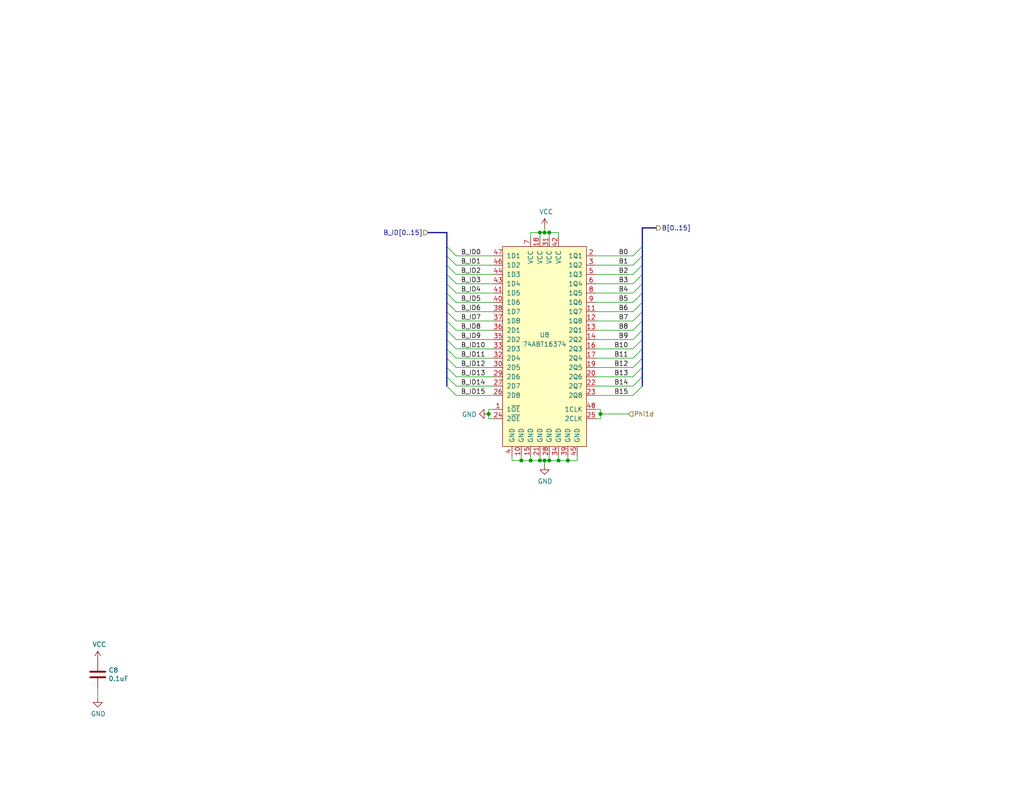
<source format=kicad_sch>
(kicad_sch (version 20250114) (generator "eeschema") (generator_version "9.0")
  (paper "USLetter")
  (title_block (date "2025-07-16") (rev "A"))
  (lib_symbols
    (symbol "Device:C" (pin_numbers (hide yes)) (pin_names (offset 0.254))
      (property "Reference" "C" (at 0.635 2.54 0))
      (property "Value" "C" (at 0.635 -2.54 0))
      (symbol "C_0_1"
        (polyline (pts (xy -2.032 0.762) (xy 2.032 0.762)) (stroke (width 0.508)))
        (polyline (pts (xy -2.032 -0.762) (xy 2.032 -0.762)) (stroke (width 0.508)))
      )
      (symbol "C_1_1"
        (pin passive line (at 0 3.81 270) (length 2.794) (name "~") (number "1"))
        (pin passive line (at 0 -3.81 90) (length 2.794) (name "~") (number "2"))
      )
    )
    (symbol "Turtle16:74ABT16374" (pin_names (offset 1.016))
      (symbol "74ABT16374_0_0"
        (pin input line (at -13.97 21.59 0) (length 2.54) (name "1D1") (number "47"))
        (pin input line (at -13.97 19.05 0) (length 2.54) (name "1D2") (number "46"))
        (pin input line (at -13.97 16.51 0) (length 2.54) (name "1D3") (number "44"))
        (pin input line (at -13.97 13.97 0) (length 2.54) (name "1D4") (number "43"))
        (pin input line (at -13.97 11.43 0) (length 2.54) (name "1D5") (number "41"))
        (pin input line (at -13.97 8.89 0) (length 2.54) (name "1D6") (number "40"))
        (pin input line (at -13.97 6.35 0) (length 2.54) (name "1D7") (number "38"))
        (pin input line (at -13.97 3.81 0) (length 2.54) (name "1D8") (number "37"))
        (pin input line (at -13.97 1.27 0) (length 2.54) (name "2D1") (number "36"))
        (pin input line (at -13.97 -1.27 0) (length 2.54) (name "2D2") (number "35"))
        (pin input line (at -13.97 -3.81 0) (length 2.54) (name "2D3") (number "33"))
        (pin input line (at -13.97 -6.35 0) (length 2.54) (name "2D4") (number "32"))
        (pin input line (at -13.97 -8.89 0) (length 2.54) (name "2D5") (number "30"))
        (pin input line (at -13.97 -11.43 0) (length 2.54) (name "2D6") (number "29"))
        (pin input line (at -13.97 -13.97 0) (length 2.54) (name "2D7") (number "27"))
        (pin input line (at -13.97 -16.51 0) (length 2.54) (name "2D8") (number "26"))
        (pin input line (at -13.97 -20.32 0) (length 2.54) (name "1~{OE}") (number "1"))
        (pin input line (at -13.97 -22.86 0) (length 2.54) (name "2~{OE}") (number "24"))
        (pin power_in line (at -8.89 -33.02 90) (length 2.54) (name "GND") (number "4"))
        (pin power_in line (at -6.35 -33.02 90) (length 2.54) (name "GND") (number "10"))
        (pin power_in line (at -3.81 26.67 270) (length 2.54) (name "VCC") (number "7"))
        (pin power_in line (at -3.81 -33.02 90) (length 2.54) (name "GND") (number "15"))
        (pin power_in line (at -1.27 26.67 270) (length 2.54) (name "VCC") (number "18"))
        (pin power_in line (at -1.27 -33.02 90) (length 2.54) (name "GND") (number "21"))
        (pin power_in line (at 1.27 26.67 270) (length 2.54) (name "VCC") (number "31"))
        (pin power_in line (at 1.27 -33.02 90) (length 2.54) (name "GND") (number "28"))
        (pin power_in line (at 3.81 26.67 270) (length 2.54) (name "VCC") (number "42"))
        (pin power_in line (at 3.81 -33.02 90) (length 2.54) (name "GND") (number "34"))
        (pin power_in line (at 6.35 -33.02 90) (length 2.54) (name "GND") (number "39"))
        (pin power_in line (at 8.89 -33.02 90) (length 2.54) (name "GND") (number "45"))
        (pin tri_state line (at 13.97 21.59 180) (length 2.54) (name "1Q1") (number "2"))
        (pin tri_state line (at 13.97 19.05 180) (length 2.54) (name "1Q2") (number "3"))
        (pin tri_state line (at 13.97 16.51 180) (length 2.54) (name "1Q3") (number "5"))
        (pin tri_state line (at 13.97 13.97 180) (length 2.54) (name "1Q4") (number "6"))
        (pin tri_state line (at 13.97 11.43 180) (length 2.54) (name "1Q5") (number "8"))
        (pin tri_state line (at 13.97 8.89 180) (length 2.54) (name "1Q6") (number "9"))
        (pin tri_state line (at 13.97 6.35 180) (length 2.54) (name "1Q7") (number "11"))
        (pin tri_state line (at 13.97 3.81 180) (length 2.54) (name "1Q8") (number "12"))
        (pin tri_state line (at 13.97 1.27 180) (length 2.54) (name "2Q1") (number "13"))
        (pin tri_state line (at 13.97 -1.27 180) (length 2.54) (name "2Q2") (number "14"))
        (pin tri_state line (at 13.97 -3.81 180) (length 2.54) (name "2Q3") (number "16"))
        (pin tri_state line (at 13.97 -6.35 180) (length 2.54) (name "2Q4") (number "17"))
        (pin tri_state line (at 13.97 -8.89 180) (length 2.54) (name "2Q5") (number "19"))
        (pin tri_state line (at 13.97 -11.43 180) (length 2.54) (name "2Q6") (number "20"))
        (pin tri_state line (at 13.97 -13.97 180) (length 2.54) (name "2Q7") (number "22"))
        (pin tri_state line (at 13.97 -16.51 180) (length 2.54) (name "2Q8") (number "23"))
        (pin input line (at 13.97 -20.32 180) (length 2.54) (name "1CLK") (number "48"))
        (pin input line (at 13.97 -22.86 180) (length 2.54) (name "2CLK") (number "25"))
      )
      (symbol "74ABT16374_0_1"
        (rectangle (start -11.43 24.13) (end 11.43 -30.48) (fill (type background)))
      )
    )
    (symbol "power:GND" (power) (pin_numbers (hide yes)) (pin_names (offset 0) (hide yes))
      (property "Value" "GND" (at 0 -3.81 0))
      (symbol "GND_0_1"
        (polyline (pts (xy 0 0) (xy 0 -1.27) (xy 1.27 -1.27) (xy 0 -2.54) (xy -1.27 -1.27) (xy 0 -1.27)))
      )
      (symbol "GND_1_1"
        (pin power_in line (at 0 0 270) (length 0) (name "~") (number "1"))
      )
    )
    (symbol "power:VCC" (power) (pin_numbers (hide yes)) (pin_names (offset 0) (hide yes))
      (property "Value" "VCC" (at 0 3.556 0))
      (symbol "VCC_0_1"
        (polyline (pts (xy -0.762 1.27) (xy 0 2.54)))
        (polyline (pts (xy 0 2.54) (xy 0.762 1.27)))
        (polyline (pts (xy 0 0) (xy 0 2.54)))
      )
      (symbol "VCC_1_1"
        (pin power_in line (at 0 0 90) (length 0) (name "~") (number "1"))
      )
    )
  )
  (junction (at 152.4 125.73))
  (junction (at 133.35 113.03))
  (junction (at 163.83 113.03))
  (junction (at 149.86 125.73))
  (junction (at 148.59 63.5))
  (junction (at 149.86 63.5))
  (junction (at 144.78 125.73))
  (junction (at 147.32 125.73))
  (junction (at 147.32 63.5))
  (junction (at 142.24 125.73))
  (junction (at 154.94 125.73))
  (junction (at 148.59 125.73))
  (bus_entry (at 175.26 105.41) (size -2.54 2.54))
  (bus_entry (at 121.92 67.31) (size 2.54 2.54))
  (bus_entry (at 175.26 80.01) (size -2.54 2.54))
  (bus_entry (at 175.26 74.93) (size -2.54 2.54))
  (bus_entry (at 121.92 95.25) (size 2.54 2.54))
  (bus_entry (at 121.92 69.85) (size 2.54 2.54))
  (bus_entry (at 175.26 87.63) (size -2.54 2.54))
  (bus_entry (at 175.26 69.85) (size -2.54 2.54))
  (bus_entry (at 175.26 102.87) (size -2.54 2.54))
  (bus_entry (at 121.92 87.63) (size 2.54 2.54))
  (bus_entry (at 121.92 77.47) (size 2.54 2.54))
  (bus_entry (at 175.26 77.47) (size -2.54 2.54))
  (bus_entry (at 121.92 102.87) (size 2.54 2.54))
  (bus_entry (at 121.92 100.33) (size 2.54 2.54))
  (bus_entry (at 121.92 72.39) (size 2.54 2.54))
  (bus_entry (at 121.92 82.55) (size 2.54 2.54))
  (bus_entry (at 175.26 90.17) (size -2.54 2.54))
  (bus_entry (at 175.26 67.31) (size -2.54 2.54))
  (bus_entry (at 121.92 90.17) (size 2.54 2.54))
  (bus_entry (at 175.26 85.09) (size -2.54 2.54))
  (bus_entry (at 121.92 97.79) (size 2.54 2.54))
  (bus_entry (at 121.92 105.41) (size 2.54 2.54))
  (bus_entry (at 175.26 95.25) (size -2.54 2.54))
  (bus_entry (at 175.26 100.33) (size -2.54 2.54))
  (bus_entry (at 175.26 92.71) (size -2.54 2.54))
  (bus_entry (at 175.26 82.55) (size -2.54 2.54))
  (bus_entry (at 175.26 97.79) (size -2.54 2.54))
  (bus_entry (at 121.92 80.01) (size 2.54 2.54))
  (bus_entry (at 175.26 72.39) (size -2.54 2.54))
  (bus_entry (at 121.92 74.93) (size 2.54 2.54))
  (bus_entry (at 121.92 85.09) (size 2.54 2.54))
  (bus_entry (at 121.92 92.71) (size 2.54 2.54))
  (bus (pts (xy 121.92 72.39) (xy 121.92 74.93)))
  (bus (pts (xy 175.26 90.17) (xy 175.26 92.71)))
  (wire (pts (xy 124.46 102.87) (xy 134.62 102.87)))
  (wire (pts (xy 172.72 85.09) (xy 162.56 85.09)))
  (wire (pts (xy 162.56 111.76) (xy 163.83 111.76)))
  (wire (pts (xy 172.72 87.63) (xy 162.56 87.63)))
  (wire (pts (xy 139.7 125.73) (xy 142.24 125.73)))
  (wire (pts (xy 147.32 63.5) (xy 148.59 63.5)))
  (wire (pts (xy 26.67 190.5) (xy 26.67 187.96)))
  (wire (pts (xy 124.46 95.25) (xy 134.62 95.25)))
  (wire (pts (xy 172.72 82.55) (xy 162.56 82.55)))
  (bus (pts (xy 175.26 95.25) (xy 175.26 97.79)))
  (bus (pts (xy 121.92 102.87) (xy 121.92 105.41)))
  (wire (pts (xy 147.32 125.73) (xy 148.59 125.73)))
  (wire (pts (xy 124.46 92.71) (xy 134.62 92.71)))
  (wire (pts (xy 124.46 69.85) (xy 134.62 69.85)))
  (wire (pts (xy 124.46 97.79) (xy 134.62 97.79)))
  (bus (pts (xy 175.26 80.01) (xy 175.26 82.55)))
  (wire (pts (xy 144.78 64.77) (xy 144.78 63.5)))
  (wire (pts (xy 148.59 125.73) (xy 149.86 125.73)))
  (wire (pts (xy 124.46 72.39) (xy 134.62 72.39)))
  (bus (pts (xy 121.92 90.17) (xy 121.92 92.71)))
  (wire (pts (xy 142.24 124.46) (xy 142.24 125.73)))
  (wire (pts (xy 144.78 125.73) (xy 147.32 125.73)))
  (wire (pts (xy 147.32 124.46) (xy 147.32 125.73)))
  (bus (pts (xy 121.92 85.09) (xy 121.92 87.63)))
  (bus (pts (xy 175.26 62.23) (xy 175.26 67.31)))
  (wire (pts (xy 124.46 85.09) (xy 134.62 85.09)))
  (wire (pts (xy 133.35 113.03) (xy 133.35 114.3)))
  (bus (pts (xy 121.92 80.01) (xy 121.92 82.55)))
  (wire (pts (xy 148.59 62.23) (xy 148.59 63.5)))
  (wire (pts (xy 133.35 114.3) (xy 134.62 114.3)))
  (bus (pts (xy 175.26 97.79) (xy 175.26 100.33)))
  (wire (pts (xy 172.72 77.47) (xy 162.56 77.47)))
  (wire (pts (xy 124.46 107.95) (xy 134.62 107.95)))
  (bus (pts (xy 121.92 69.85) (xy 121.92 72.39)))
  (wire (pts (xy 124.46 90.17) (xy 134.62 90.17)))
  (wire (pts (xy 134.62 111.76) (xy 133.35 111.76)))
  (bus (pts (xy 175.26 69.85) (xy 175.26 72.39)))
  (bus (pts (xy 121.92 97.79) (xy 121.92 100.33)))
  (bus (pts (xy 175.26 87.63) (xy 175.26 90.17)))
  (wire (pts (xy 172.72 105.41) (xy 162.56 105.41)))
  (wire (pts (xy 124.46 77.47) (xy 134.62 77.47)))
  (wire (pts (xy 124.46 82.55) (xy 134.62 82.55)))
  (bus (pts (xy 121.92 92.71) (xy 121.92 95.25)))
  (bus (pts (xy 121.92 100.33) (xy 121.92 102.87)))
  (bus (pts (xy 121.92 87.63) (xy 121.92 90.17)))
  (wire (pts (xy 172.72 102.87) (xy 162.56 102.87)))
  (wire (pts (xy 149.86 124.46) (xy 149.86 125.73)))
  (wire (pts (xy 124.46 87.63) (xy 134.62 87.63)))
  (wire (pts (xy 172.72 72.39) (xy 162.56 72.39)))
  (bus (pts (xy 175.26 92.71) (xy 175.26 95.25)))
  (bus (pts (xy 121.92 77.47) (xy 121.92 80.01)))
  (wire (pts (xy 124.46 80.01) (xy 134.62 80.01)))
  (wire (pts (xy 163.83 114.3) (xy 162.56 114.3)))
  (wire (pts (xy 144.78 124.46) (xy 144.78 125.73)))
  (wire (pts (xy 124.46 74.93) (xy 134.62 74.93)))
  (bus (pts (xy 121.92 63.5) (xy 121.92 67.31)))
  (wire (pts (xy 163.83 111.76) (xy 163.83 113.03)))
  (wire (pts (xy 172.72 90.17) (xy 162.56 90.17)))
  (wire (pts (xy 172.72 97.79) (xy 162.56 97.79)))
  (wire (pts (xy 172.72 100.33) (xy 162.56 100.33)))
  (wire (pts (xy 172.72 92.71) (xy 162.56 92.71)))
  (bus (pts (xy 175.26 77.47) (xy 175.26 80.01)))
  (bus (pts (xy 121.92 95.25) (xy 121.92 97.79)))
  (bus (pts (xy 175.26 74.93) (xy 175.26 77.47)))
  (wire (pts (xy 154.94 125.73) (xy 157.48 125.73)))
  (bus (pts (xy 175.26 102.87) (xy 175.26 105.41)))
  (bus (pts (xy 121.92 74.93) (xy 121.92 77.47)))
  (bus (pts (xy 116.84 63.5) (xy 121.92 63.5)))
  (wire (pts (xy 172.72 80.01) (xy 162.56 80.01)))
  (wire (pts (xy 148.59 125.73) (xy 148.59 127)))
  (bus (pts (xy 121.92 82.55) (xy 121.92 85.09)))
  (wire (pts (xy 163.83 113.03) (xy 171.45 113.03)))
  (wire (pts (xy 149.86 63.5) (xy 152.4 63.5)))
  (wire (pts (xy 172.72 95.25) (xy 162.56 95.25)))
  (bus (pts (xy 121.92 67.31) (xy 121.92 69.85)))
  (wire (pts (xy 142.24 125.73) (xy 144.78 125.73)))
  (wire (pts (xy 152.4 63.5) (xy 152.4 64.77)))
  (wire (pts (xy 172.72 69.85) (xy 162.56 69.85)))
  (wire (pts (xy 139.7 124.46) (xy 139.7 125.73)))
  (wire (pts (xy 149.86 64.77) (xy 149.86 63.5)))
  (wire (pts (xy 133.35 111.76) (xy 133.35 113.03)))
  (bus (pts (xy 179.07 62.23) (xy 175.26 62.23)))
  (bus (pts (xy 175.26 100.33) (xy 175.26 102.87)))
  (wire (pts (xy 148.59 63.5) (xy 149.86 63.5)))
  (wire (pts (xy 124.46 105.41) (xy 134.62 105.41)))
  (bus (pts (xy 175.26 82.55) (xy 175.26 85.09)))
  (bus (pts (xy 175.26 67.31) (xy 175.26 69.85)))
  (wire (pts (xy 172.72 107.95) (xy 162.56 107.95)))
  (wire (pts (xy 152.4 124.46) (xy 152.4 125.73)))
  (wire (pts (xy 144.78 63.5) (xy 147.32 63.5)))
  (wire (pts (xy 152.4 125.73) (xy 154.94 125.73)))
  (wire (pts (xy 163.83 113.03) (xy 163.83 114.3)))
  (bus (pts (xy 175.26 72.39) (xy 175.26 74.93)))
  (wire (pts (xy 149.86 125.73) (xy 152.4 125.73)))
  (wire (pts (xy 172.72 74.93) (xy 162.56 74.93)))
  (wire (pts (xy 154.94 124.46) (xy 154.94 125.73)))
  (wire (pts (xy 124.46 100.33) (xy 134.62 100.33)))
  (wire (pts (xy 157.48 125.73) (xy 157.48 124.46)))
  (bus (pts (xy 175.26 85.09) (xy 175.26 87.63)))
  (wire (pts (xy 147.32 64.77) (xy 147.32 63.5)))
  (label "B5" (at 171.45 82.55 180))
  (label "B3" (at 171.45 77.47 180))
  (label "B4" (at 171.45 80.01 180))
  (label "B10" (at 171.45 95.25 180))
  (label "B_ID14" (at 125.73 105.41 0))
  (label "B2" (at 171.45 74.93 180))
  (label "B1" (at 171.45 72.39 180))
  (label "B6" (at 171.45 85.09 180))
  (label "B_ID9" (at 125.73 92.71 0))
  (label "B_ID0" (at 125.73 69.85 0))
  (label "B8" (at 171.45 90.17 180))
  (label "B15" (at 171.45 107.95 180))
  (label "B_ID7" (at 125.73 87.63 0))
  (label "B_ID11" (at 125.73 97.79 0))
  (label "B_ID2" (at 125.73 74.93 0))
  (label "B_ID3" (at 125.73 77.47 0))
  (label "B12" (at 171.45 100.33 180))
  (label "B_ID15" (at 125.73 107.95 0))
  (label "B_ID5" (at 125.73 82.55 0))
  (label "B14" (at 171.45 105.41 180))
  (label "B_ID1" (at 125.73 72.39 0))
  (label "B_ID13" (at 125.73 102.87 0))
  (label "B_ID4" (at 125.73 80.01 0))
  (label "B11" (at 171.45 97.79 180))
  (label "B13" (at 171.45 102.87 180))
  (label "B0" (at 171.45 69.85 180))
  (label "B_ID6" (at 125.73 85.09 0))
  (label "B7" (at 171.45 87.63 180))
  (label "B9" (at 171.45 92.71 180))
  (label "B_ID12" (at 125.73 100.33 0))
  (label "B_ID8" (at 125.73 90.17 0))
  (label "B_ID10" (at 125.73 95.25 0))
  (hierarchical_label "B_ID[0..15]" (shape input) (at 116.84 63.5 180))
  (hierarchical_label "Phi1d" (shape input) (at 171.45 113.03 0))
  (hierarchical_label "B[0..15]" (shape output) (at 179.07 62.23 0))
  (symbol (lib_id "Device:C") (at 26.67 184.15 0) (unit 1)
    (property "Reference" "C8" (at 29.591 182.9816 0) (effects (justify left)))
    (property "Value" "0.1uF" (at 29.591 185.293 0) (effects (justify left)))
    (property "Footprint" "Capacitor_SMD:C_0603_1608Metric" (effects (hide yes)))
    (property "Datasheet" "https://www.mouser.com/datasheet/2/396/taiyo_yuden_12132018_mlcc11_hq_e-1510082.pdf" (effects (hide yes)))
    (property "Manufacturer" "Taiyo Yuden" (effects (hide yes)))
    (property "Manufacturer#" "EMK107B7104KAHT" (effects (hide yes)))
    (property "Mouser#" "963-EMK107B7104KAHT" (effects (hide yes)))
    (property "Digikey#" "587-6004-1-ND" (effects (hide yes)))
    (instances (project "BypassCard" (path "" (reference "C8") (unit 1))) (project "MainBoard" (path "" (reference "C64") (unit 1))))
  )
  (symbol (lib_id "power:VCC") (at 26.67 180.34 0) (unit 1)
    (property "Reference" "#PWR0185" (effects (hide yes)))
    (property "Value" "VCC" (at 27.1018 175.9458 0))
    (property "Description" "Power symbol creates a global label with name \"VCC\"" (effects (hide yes)))
    (instances (project "BypassCard" (path "" (reference "#PWR0185") (unit 1))) (project "MainBoard" (path "" (reference "#PWR0375") (unit 1))))
  )
  (symbol (lib_id "power:GND") (at 26.67 190.5 0) (unit 1)
    (property "Reference" "#PWR0186" (effects (hide yes)))
    (property "Value" "GND" (at 26.797 194.8942 0))
    (property "Description" "Power symbol creates a global label with name \"GND\" , ground" (effects (hide yes)))
    (instances (project "BypassCard" (path "" (reference "#PWR0186") (unit 1))) (project "MainBoard" (path "" (reference "#PWR0376") (unit 1))))
  )
  (symbol (lib_id "power:GND") (at 133.35 113.03 270) (unit 1)
    (property "Reference" "#PWR0187" (effects (hide yes)))
    (property "Value" "GND" (at 130.0988 113.157 90) (effects (justify right)))
    (property "Description" "Power symbol creates a global label with name \"GND\" , ground" (effects (hide yes)))
    (instances (project "BypassCard" (path "" (reference "#PWR0187") (unit 1))) (project "MainBoard" (path "" (reference "#PWR0377") (unit 1))))
  )
  (symbol (lib_id "power:VCC") (at 148.59 62.23 0) (unit 1)
    (property "Reference" "#PWR0188" (effects (hide yes)))
    (property "Value" "VCC" (at 149.0218 57.8358 0))
    (property "Description" "Power symbol creates a global label with name \"VCC\"" (effects (hide yes)))
    (instances (project "BypassCard" (path "" (reference "#PWR0188") (unit 1))) (project "MainBoard" (path "" (reference "#PWR0378") (unit 1))))
  )
  (symbol (lib_id "power:GND") (at 148.59 127 0) (unit 1)
    (property "Reference" "#PWR0189" (effects (hide yes)))
    (property "Value" "GND" (at 148.717 131.3942 0))
    (property "Description" "Power symbol creates a global label with name \"GND\" , ground" (effects (hide yes)))
    (instances (project "BypassCard" (path "" (reference "#PWR0189") (unit 1))) (project "MainBoard" (path "" (reference "#PWR0379") (unit 1))))
  )
  (symbol (lib_id "Turtle16:74ABT16374") (at 148.59 91.44 0) (unit 1)
    (property "Reference" "U8" (at 148.59 91.44 0))
    (property "Value" "74ABT16374" (at 148.59 93.98 0))
    (property "Footprint" "Package_SO:TSSOP-48_6.1x12.5mm_P0.5mm" (effects (hide yes)))
    (property "Datasheet" "https://www.ti.com/general/docs/suppproductinfo.tsp?distId=26&gotoUrl=https://www.ti.com/lit/gpn/sn74abt16374a" (effects (hide yes)))
    (property "Manufacturer" "Texas Instruments" (effects (hide yes)))
    (property "Manufacturer#" "SN74ABT16374ADGGR" (effects (hide yes)))
    (property "Mouser#" "595-SNABT16374ADGGR" (effects (hide yes)))
    (property "Digikey#" "296-3900-1-ND" (effects (hide yes)))
    (instances (project "BypassCard" (path "" (reference "U8") (unit 1))) (project "MainBoard" (path "" (reference "U61") (unit 1))))
  )
)
</source>
